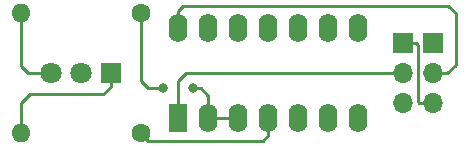
<source format=gtl>
G04 #@! TF.GenerationSoftware,KiCad,Pcbnew,(5.1.5)-3*
G04 #@! TF.CreationDate,2020-11-21T23:04:19+01:00*
G04 #@! TF.ProjectId,C64 IRQ LED,43363420-4952-4512-904c-45442e6b6963,rev?*
G04 #@! TF.SameCoordinates,Original*
G04 #@! TF.FileFunction,Copper,L1,Top*
G04 #@! TF.FilePolarity,Positive*
%FSLAX46Y46*%
G04 Gerber Fmt 4.6, Leading zero omitted, Abs format (unit mm)*
G04 Created by KiCad (PCBNEW (5.1.5)-3) date 2020-11-21 23:04:19*
%MOMM*%
%LPD*%
G04 APERTURE LIST*
%ADD10C,1.800000*%
%ADD11R,1.800000X1.800000*%
%ADD12O,1.700000X1.700000*%
%ADD13R,1.700000X1.700000*%
%ADD14O,1.600000X1.600000*%
%ADD15C,1.600000*%
%ADD16O,1.600000X2.400000*%
%ADD17R,1.600000X2.400000*%
%ADD18C,0.800000*%
%ADD19C,0.250000*%
G04 APERTURE END LIST*
D10*
X116205000Y-114935000D03*
X118745000Y-114935000D03*
D11*
X121285000Y-114935000D03*
D12*
X148590000Y-117475000D03*
X148590000Y-114935000D03*
D13*
X148590000Y-112395000D03*
D14*
X113665000Y-120015000D03*
D15*
X123825000Y-120015000D03*
X123825000Y-109855000D03*
D14*
X113665000Y-109855000D03*
D16*
X127000000Y-111125000D03*
X142240000Y-118745000D03*
X129540000Y-111125000D03*
X139700000Y-118745000D03*
X132080000Y-111125000D03*
X137160000Y-118745000D03*
X134620000Y-111125000D03*
X134620000Y-118745000D03*
X137160000Y-111125000D03*
X132080000Y-118745000D03*
X139700000Y-111125000D03*
X129540000Y-118745000D03*
X142240000Y-111125000D03*
D17*
X127000000Y-118745000D03*
D12*
X146050000Y-117475000D03*
X146050000Y-114935000D03*
D13*
X146050000Y-112395000D03*
D18*
X125730000Y-116205000D03*
X128270000Y-116205000D03*
D19*
X116205000Y-114935000D02*
X114300000Y-114935000D01*
X113665000Y-114300000D02*
X113665000Y-109855000D01*
X114300000Y-114935000D02*
X113665000Y-114300000D01*
X121285000Y-116085000D02*
X120650000Y-116720000D01*
X121285000Y-114935000D02*
X121285000Y-116085000D01*
X120650000Y-116720000D02*
X114420000Y-116720000D01*
X113665000Y-117475000D02*
X113665000Y-120015000D01*
X114420000Y-116720000D02*
X113665000Y-117475000D01*
X147150000Y-112395000D02*
X147320000Y-112565000D01*
X146050000Y-112395000D02*
X147150000Y-112395000D01*
X147320000Y-112565000D02*
X147320000Y-116205000D01*
X147387919Y-117475000D02*
X147320000Y-117407081D01*
X148590000Y-117475000D02*
X147387919Y-117475000D01*
X147320000Y-117407081D02*
X147320000Y-116205000D01*
X127000000Y-109675000D02*
X127455000Y-109220000D01*
X127000000Y-111125000D02*
X127000000Y-109675000D01*
X127455000Y-109220000D02*
X147955000Y-109220000D01*
X149792081Y-114935000D02*
X150495000Y-114232081D01*
X148590000Y-114935000D02*
X149792081Y-114935000D01*
X150495000Y-114232081D02*
X150495000Y-109855000D01*
X149860000Y-109220000D02*
X147955000Y-109220000D01*
X150495000Y-109855000D02*
X149860000Y-109220000D01*
X123825000Y-120015000D02*
X124460000Y-120650000D01*
X134620000Y-120195000D02*
X134620000Y-118745000D01*
X134165000Y-120650000D02*
X134620000Y-120195000D01*
X124460000Y-120650000D02*
X134165000Y-120650000D01*
X129540000Y-118745000D02*
X132080000Y-118745000D01*
X123825000Y-109855000D02*
X123825000Y-115570000D01*
X123825000Y-115570000D02*
X124460000Y-116205000D01*
X124460000Y-116205000D02*
X125730000Y-116205000D01*
X128270000Y-116205000D02*
X128905000Y-116205000D01*
X129540000Y-116840000D02*
X129540000Y-118745000D01*
X128905000Y-116205000D02*
X129540000Y-116840000D01*
X146050000Y-114935000D02*
X127635000Y-114935000D01*
X127000000Y-115570000D02*
X127000000Y-118745000D01*
X127635000Y-114935000D02*
X127000000Y-115570000D01*
M02*

</source>
